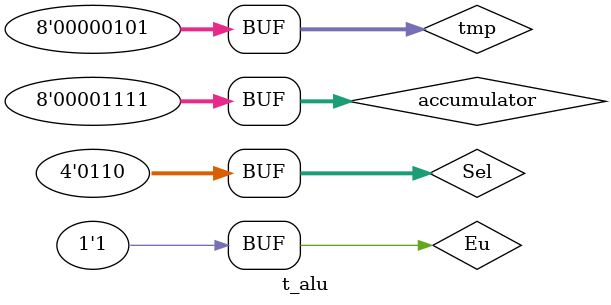
<source format=v>
/*
* Module: 8-bit ALU & 2-bit Flags
*
* Brief : ALUs have 4 or more control bits that determine the arithmetic or logic operation performed on words A and B. 
* The ALU used in SAP-2 includes arithmetic and logic operations. 
* a flag is a flip-flop that keeps track of a changing condition during a computer run. 
* The SAP-2 computer has two flags. The sign flag is set when the accumulator contents become negative during the execution 
*
* Input :
* accumulator  = data From Accumulator
* tmp          = data From Register TMP.
* Sel          = Operation Selector 
* Eu           = Enable output to WBUS
*
* Output :
* result = Data to WBUS.
* flags  = zero & sign Flags

sel [3] -> 1 if the operation dosnt effect on flags
*/
module alu (
			output  [7:0]  wbus,
			output [1:0]  flags,
			input  [7:0]  accumulator,
			input  [7:0]  tmp,
			input  [3:0]  Sel,
			input         Eu );

	parameter High_Impedance = 8'bzzzz_zzzz;
	parameter Zero_State     = 8'b0000_0000;
			
   reg [7:0] alu_res ;                         // register for the result 

   initial begin
		alu_res <= Zero_State;
   end
   
   	// Write your Code here :
	
	assign flags[0] = Sel[3]? flags[0] : ((alu_res == 0)? 1 : 0 );//  zero flag 
	assign flags[1] = Sel[3]? flags[1] : ((alu_res[7]== 1)? 1 : 0) ;  // sign flag 
	
	assign wbus = Eu? alu_res: High_Impedance ;     // DATA TO W BUS IF ENABLE 

	
	always @(*)
	case(Sel)
	4'b0000 : alu_res  <= accumulator + tmp ;    // add x  , x is b , c 
	4'b0001 : alu_res  <= accumulator - tmp ;    // sub x 
	4'b0010 : alu_res  <= accumulator & tmp ;       // and x , ani
	4'b0011 : alu_res  <= accumulator | tmp ;        // or x ,  ori 
	4'b0100 : alu_res  <=  tmp - 1 ;                 // dcr x , 
	4'b0101 : alu_res  <=  tmp + 1 ;                 // inc x , 
	4'b0110 : alu_res  <= accumulator ^ tmp ;        // xor x ,  xori 
	4'b1110 : alu_res  <=  {accumulator[6:0],accumulator[7]} ;                 // ral 
	4'b1111 : alu_res  <=  {accumulator[0],accumulator[7:1]};                 // rar
	
	
	
	endcase
	
	
	
	
	
	
   
endmodule
/*************************************** Test Bench ***************************************/
module t_alu ;

	wire [7:0]  wbus;
	wire [1:0]  flags;
	reg  [7:0]  tmp;
	reg  [7:0]  accumulator;
	reg  [3:0]  Sel;
	reg         Eu;

	alu ALU (wbus,flags,accumulator,tmp,Sel,Eu);

	initial begin 
		
		// Write your Test Cases here :
		Eu = 0 ; Sel = 4'b0000 ; accumulator = 5 ; tmp = 5 ;
		#100  Eu = 1 ; Sel = 4'b0000 ; accumulator = 5 ; tmp = 5 ;     // result = 5 + 5 = 10
		#100  Eu = 0 ; Sel = 4'b0001 ; accumulator = 7 ; tmp = 5 ;      // result = high due to  eu = 0
		#100  Eu = 1 ; Sel = 4'b0001 ; accumulator = 10 ; tmp = 5 ;      // result = 10 -5  = 5
		#100  Eu = 1 ; Sel = 4'b0001 ; accumulator = 2 ; tmp = 5 ;      // result = 2 -5  = -3       sign flag = 1 
		#100  Eu = 1 ; Sel = 4'b0010 ; accumulator = 2 ; tmp = 5 ;        // result = 2 & 5 = 0      zero flag = 1 
		#100  Eu = 1 ; Sel = 4'b0011 ; accumulator = 2 ; tmp = 5 ;        //  2 | 5 = 7
		#100  Eu = 1 ; Sel = 4'b1111 ; accumulator = 10 ; tmp = 5 ;        // rar 00001010 -> 00000101
		
		#100  Eu = 1 ; Sel = 4'b0100 ; accumulator = 2 ; tmp = 5 ;        //  result = tmp - 1 
		#100  Eu = 1 ; Sel = 4'b0110  ; accumulator = 15 ; tmp = 5 ;        //  15 ^ 5 = 7
		
		
	end

endmodule

</source>
